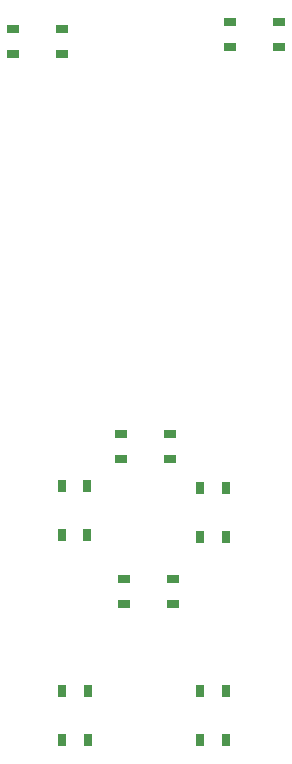
<source format=gbp>
G04*
G04 #@! TF.GenerationSoftware,Altium Limited,Altium Designer,23.9.2 (47)*
G04*
G04 Layer_Color=128*
%FSLAX44Y44*%
%MOMM*%
G71*
G04*
G04 #@! TF.SameCoordinates,5FA424B9-A6D8-4F7E-AE3D-71B40F287457*
G04*
G04*
G04 #@! TF.FilePolarity,Positive*
G04*
G01*
G75*
%ADD54R,1.0500X0.6500*%
%ADD55R,0.6500X1.0500*%
D54*
X564740Y1123950D02*
D03*
X523240D02*
D03*
X564740Y1102450D02*
D03*
X523240D02*
D03*
X381430Y1118190D02*
D03*
X339930D02*
D03*
X381430Y1096690D02*
D03*
X339930D02*
D03*
X472870Y775290D02*
D03*
X431370D02*
D03*
X472870Y753790D02*
D03*
X431370D02*
D03*
X433480Y631190D02*
D03*
X474980D02*
D03*
X433480Y652690D02*
D03*
X474980Y652690D02*
D03*
D55*
X520020Y687910D02*
D03*
Y729410D02*
D03*
X498520Y687910D02*
D03*
Y729410D02*
D03*
X381000Y731520D02*
D03*
Y690020D02*
D03*
X402500Y731520D02*
D03*
Y690020D02*
D03*
X520020Y516460D02*
D03*
Y557960D02*
D03*
X498520Y516460D02*
D03*
Y557960D02*
D03*
X381680D02*
D03*
Y516460D02*
D03*
X403180Y557960D02*
D03*
Y516460D02*
D03*
M02*

</source>
